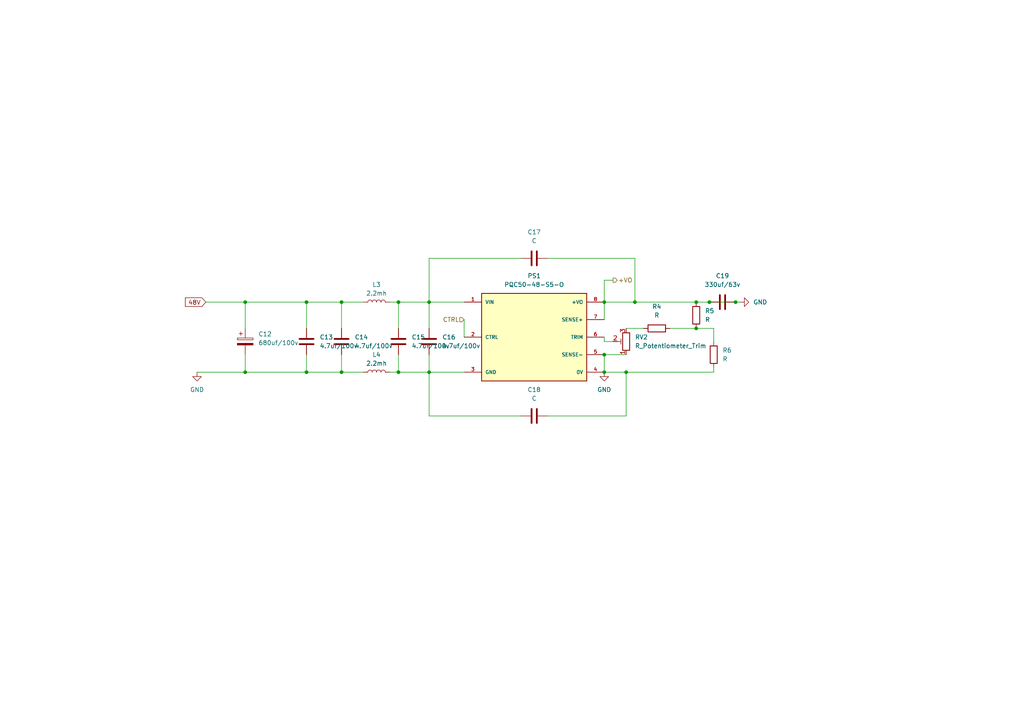
<source format=kicad_sch>
(kicad_sch (version 20230121) (generator eeschema)

  (uuid 92252cc8-235d-4f58-b491-1a1b50d78004)

  (paper "A4")

  (lib_symbols
    (symbol "BCRL_power_supply:PQC50-48-S5-O" (pin_names (offset 1.016)) (in_bom yes) (on_board yes)
      (property "Reference" "PS" (at -15.24 13.462 0)
        (effects (font (size 1.27 1.27)) (justify left bottom))
      )
      (property "Value" "PQC50-48-S5-O" (at -15.24 -15.24 0)
        (effects (font (size 1.27 1.27)) (justify left bottom))
      )
      (property "Footprint" "" (at 0 0 0)
        (effects (font (size 1.27 1.27)) (justify bottom) hide)
      )
      (property "Datasheet" "" (at 0 0 0)
        (effects (font (size 1.27 1.27)) hide)
      )
      (property "PARTREV" "1" (at 0 0 0)
        (effects (font (size 1.27 1.27)) (justify bottom) hide)
      )
      (property "MANUFACTURER" "CUI Inc." (at 0 -2.54 0)
        (effects (font (size 1.27 1.27)) (justify bottom) hide)
      )
      (property "SNAPEDA_PN" "PQC30-48-S5-O" (at -1.27 2.54 0)
        (effects (font (size 1.27 1.27)) (justify bottom) hide)
      )
      (property "MAXIMUM_PACKAGE_HEIGHT" "9.18mm" (at 0 0 0)
        (effects (font (size 1.27 1.27)) (justify bottom) hide)
      )
      (property "STANDARD" "" (at 0 0 0)
        (effects (font (size 1.27 1.27)) (justify bottom) hide)
      )
      (symbol "PQC50-48-S5-O_0_0"
        (rectangle (start -15.24 12.7) (end 15.24 -12.7)
          (stroke (width 0.254) (type default))
          (fill (type background))
        )
        (pin input line (at -20.32 10.16 0) (length 5.08)
          (name "VIN" (effects (font (size 1.016 1.016))))
          (number "1" (effects (font (size 1.016 1.016))))
        )
        (pin input line (at -20.32 0 0) (length 5.08)
          (name "CTRL" (effects (font (size 1.016 1.016))))
          (number "2" (effects (font (size 1.016 1.016))))
        )
        (pin power_in line (at -20.32 -10.16 0) (length 5.08)
          (name "GND" (effects (font (size 1.016 1.016))))
          (number "3" (effects (font (size 1.016 1.016))))
        )
        (pin power_in line (at 20.32 -10.16 180) (length 5.08)
          (name "0V" (effects (font (size 1.016 1.016))))
          (number "4" (effects (font (size 1.016 1.016))))
        )
        (pin passive line (at 20.32 -5.08 180) (length 5.08)
          (name "SENSE-" (effects (font (size 1.016 1.016))))
          (number "5" (effects (font (size 1.016 1.016))))
        )
        (pin passive line (at 20.32 0 180) (length 5.08)
          (name "TRIM" (effects (font (size 1.016 1.016))))
          (number "6" (effects (font (size 1.016 1.016))))
        )
        (pin passive line (at 20.32 5.08 180) (length 5.08)
          (name "SENSE+" (effects (font (size 1.016 1.016))))
          (number "7" (effects (font (size 1.016 1.016))))
        )
        (pin power_in line (at 20.32 10.16 180) (length 5.08)
          (name "+VO" (effects (font (size 1.016 1.016))))
          (number "8" (effects (font (size 1.016 1.016))))
        )
      )
    )
    (symbol "Device:C" (pin_numbers hide) (pin_names (offset 0.254)) (in_bom yes) (on_board yes)
      (property "Reference" "C" (at 0.635 2.54 0)
        (effects (font (size 1.27 1.27)) (justify left))
      )
      (property "Value" "C" (at 0.635 -2.54 0)
        (effects (font (size 1.27 1.27)) (justify left))
      )
      (property "Footprint" "" (at 0.9652 -3.81 0)
        (effects (font (size 1.27 1.27)) hide)
      )
      (property "Datasheet" "~" (at 0 0 0)
        (effects (font (size 1.27 1.27)) hide)
      )
      (property "ki_keywords" "cap capacitor" (at 0 0 0)
        (effects (font (size 1.27 1.27)) hide)
      )
      (property "ki_description" "Unpolarized capacitor" (at 0 0 0)
        (effects (font (size 1.27 1.27)) hide)
      )
      (property "ki_fp_filters" "C_*" (at 0 0 0)
        (effects (font (size 1.27 1.27)) hide)
      )
      (symbol "C_0_1"
        (polyline
          (pts
            (xy -2.032 -0.762)
            (xy 2.032 -0.762)
          )
          (stroke (width 0.508) (type default))
          (fill (type none))
        )
        (polyline
          (pts
            (xy -2.032 0.762)
            (xy 2.032 0.762)
          )
          (stroke (width 0.508) (type default))
          (fill (type none))
        )
      )
      (symbol "C_1_1"
        (pin passive line (at 0 3.81 270) (length 2.794)
          (name "~" (effects (font (size 1.27 1.27))))
          (number "1" (effects (font (size 1.27 1.27))))
        )
        (pin passive line (at 0 -3.81 90) (length 2.794)
          (name "~" (effects (font (size 1.27 1.27))))
          (number "2" (effects (font (size 1.27 1.27))))
        )
      )
    )
    (symbol "Device:C_Polarized" (pin_numbers hide) (pin_names (offset 0.254)) (in_bom yes) (on_board yes)
      (property "Reference" "C" (at 0.635 2.54 0)
        (effects (font (size 1.27 1.27)) (justify left))
      )
      (property "Value" "C_Polarized" (at 0.635 -2.54 0)
        (effects (font (size 1.27 1.27)) (justify left))
      )
      (property "Footprint" "" (at 0.9652 -3.81 0)
        (effects (font (size 1.27 1.27)) hide)
      )
      (property "Datasheet" "~" (at 0 0 0)
        (effects (font (size 1.27 1.27)) hide)
      )
      (property "ki_keywords" "cap capacitor" (at 0 0 0)
        (effects (font (size 1.27 1.27)) hide)
      )
      (property "ki_description" "Polarized capacitor" (at 0 0 0)
        (effects (font (size 1.27 1.27)) hide)
      )
      (property "ki_fp_filters" "CP_*" (at 0 0 0)
        (effects (font (size 1.27 1.27)) hide)
      )
      (symbol "C_Polarized_0_1"
        (rectangle (start -2.286 0.508) (end 2.286 1.016)
          (stroke (width 0) (type default))
          (fill (type none))
        )
        (polyline
          (pts
            (xy -1.778 2.286)
            (xy -0.762 2.286)
          )
          (stroke (width 0) (type default))
          (fill (type none))
        )
        (polyline
          (pts
            (xy -1.27 2.794)
            (xy -1.27 1.778)
          )
          (stroke (width 0) (type default))
          (fill (type none))
        )
        (rectangle (start 2.286 -0.508) (end -2.286 -1.016)
          (stroke (width 0) (type default))
          (fill (type outline))
        )
      )
      (symbol "C_Polarized_1_1"
        (pin passive line (at 0 3.81 270) (length 2.794)
          (name "~" (effects (font (size 1.27 1.27))))
          (number "1" (effects (font (size 1.27 1.27))))
        )
        (pin passive line (at 0 -3.81 90) (length 2.794)
          (name "~" (effects (font (size 1.27 1.27))))
          (number "2" (effects (font (size 1.27 1.27))))
        )
      )
    )
    (symbol "Device:L" (pin_numbers hide) (pin_names (offset 1.016) hide) (in_bom yes) (on_board yes)
      (property "Reference" "L" (at -1.27 0 90)
        (effects (font (size 1.27 1.27)))
      )
      (property "Value" "L" (at 1.905 0 90)
        (effects (font (size 1.27 1.27)))
      )
      (property "Footprint" "" (at 0 0 0)
        (effects (font (size 1.27 1.27)) hide)
      )
      (property "Datasheet" "~" (at 0 0 0)
        (effects (font (size 1.27 1.27)) hide)
      )
      (property "ki_keywords" "inductor choke coil reactor magnetic" (at 0 0 0)
        (effects (font (size 1.27 1.27)) hide)
      )
      (property "ki_description" "Inductor" (at 0 0 0)
        (effects (font (size 1.27 1.27)) hide)
      )
      (property "ki_fp_filters" "Choke_* *Coil* Inductor_* L_*" (at 0 0 0)
        (effects (font (size 1.27 1.27)) hide)
      )
      (symbol "L_0_1"
        (arc (start 0 -2.54) (mid 0.6323 -1.905) (end 0 -1.27)
          (stroke (width 0) (type default))
          (fill (type none))
        )
        (arc (start 0 -1.27) (mid 0.6323 -0.635) (end 0 0)
          (stroke (width 0) (type default))
          (fill (type none))
        )
        (arc (start 0 0) (mid 0.6323 0.635) (end 0 1.27)
          (stroke (width 0) (type default))
          (fill (type none))
        )
        (arc (start 0 1.27) (mid 0.6323 1.905) (end 0 2.54)
          (stroke (width 0) (type default))
          (fill (type none))
        )
      )
      (symbol "L_1_1"
        (pin passive line (at 0 3.81 270) (length 1.27)
          (name "1" (effects (font (size 1.27 1.27))))
          (number "1" (effects (font (size 1.27 1.27))))
        )
        (pin passive line (at 0 -3.81 90) (length 1.27)
          (name "2" (effects (font (size 1.27 1.27))))
          (number "2" (effects (font (size 1.27 1.27))))
        )
      )
    )
    (symbol "Device:R" (pin_numbers hide) (pin_names (offset 0)) (in_bom yes) (on_board yes)
      (property "Reference" "R" (at 2.032 0 90)
        (effects (font (size 1.27 1.27)))
      )
      (property "Value" "R" (at 0 0 90)
        (effects (font (size 1.27 1.27)))
      )
      (property "Footprint" "" (at -1.778 0 90)
        (effects (font (size 1.27 1.27)) hide)
      )
      (property "Datasheet" "~" (at 0 0 0)
        (effects (font (size 1.27 1.27)) hide)
      )
      (property "ki_keywords" "R res resistor" (at 0 0 0)
        (effects (font (size 1.27 1.27)) hide)
      )
      (property "ki_description" "Resistor" (at 0 0 0)
        (effects (font (size 1.27 1.27)) hide)
      )
      (property "ki_fp_filters" "R_*" (at 0 0 0)
        (effects (font (size 1.27 1.27)) hide)
      )
      (symbol "R_0_1"
        (rectangle (start -1.016 -2.54) (end 1.016 2.54)
          (stroke (width 0.254) (type default))
          (fill (type none))
        )
      )
      (symbol "R_1_1"
        (pin passive line (at 0 3.81 270) (length 1.27)
          (name "~" (effects (font (size 1.27 1.27))))
          (number "1" (effects (font (size 1.27 1.27))))
        )
        (pin passive line (at 0 -3.81 90) (length 1.27)
          (name "~" (effects (font (size 1.27 1.27))))
          (number "2" (effects (font (size 1.27 1.27))))
        )
      )
    )
    (symbol "Device:R_Potentiometer_Trim" (pin_names (offset 1.016) hide) (in_bom yes) (on_board yes)
      (property "Reference" "RV" (at -4.445 0 90)
        (effects (font (size 1.27 1.27)))
      )
      (property "Value" "R_Potentiometer_Trim" (at -2.54 0 90)
        (effects (font (size 1.27 1.27)))
      )
      (property "Footprint" "" (at 0 0 0)
        (effects (font (size 1.27 1.27)) hide)
      )
      (property "Datasheet" "~" (at 0 0 0)
        (effects (font (size 1.27 1.27)) hide)
      )
      (property "ki_keywords" "resistor variable trimpot trimmer" (at 0 0 0)
        (effects (font (size 1.27 1.27)) hide)
      )
      (property "ki_description" "Trim-potentiometer" (at 0 0 0)
        (effects (font (size 1.27 1.27)) hide)
      )
      (property "ki_fp_filters" "Potentiometer*" (at 0 0 0)
        (effects (font (size 1.27 1.27)) hide)
      )
      (symbol "R_Potentiometer_Trim_0_1"
        (polyline
          (pts
            (xy 1.524 0.762)
            (xy 1.524 -0.762)
          )
          (stroke (width 0) (type default))
          (fill (type none))
        )
        (polyline
          (pts
            (xy 2.54 0)
            (xy 1.524 0)
          )
          (stroke (width 0) (type default))
          (fill (type none))
        )
        (rectangle (start 1.016 2.54) (end -1.016 -2.54)
          (stroke (width 0.254) (type default))
          (fill (type none))
        )
      )
      (symbol "R_Potentiometer_Trim_1_1"
        (pin passive line (at 0 3.81 270) (length 1.27)
          (name "1" (effects (font (size 1.27 1.27))))
          (number "1" (effects (font (size 1.27 1.27))))
        )
        (pin passive line (at 3.81 0 180) (length 1.27)
          (name "2" (effects (font (size 1.27 1.27))))
          (number "2" (effects (font (size 1.27 1.27))))
        )
        (pin passive line (at 0 -3.81 90) (length 1.27)
          (name "3" (effects (font (size 1.27 1.27))))
          (number "3" (effects (font (size 1.27 1.27))))
        )
      )
    )
    (symbol "power:GND" (power) (pin_names (offset 0)) (in_bom yes) (on_board yes)
      (property "Reference" "#PWR" (at 0 -6.35 0)
        (effects (font (size 1.27 1.27)) hide)
      )
      (property "Value" "GND" (at 0 -3.81 0)
        (effects (font (size 1.27 1.27)))
      )
      (property "Footprint" "" (at 0 0 0)
        (effects (font (size 1.27 1.27)) hide)
      )
      (property "Datasheet" "" (at 0 0 0)
        (effects (font (size 1.27 1.27)) hide)
      )
      (property "ki_keywords" "global power" (at 0 0 0)
        (effects (font (size 1.27 1.27)) hide)
      )
      (property "ki_description" "Power symbol creates a global label with name \"GND\" , ground" (at 0 0 0)
        (effects (font (size 1.27 1.27)) hide)
      )
      (symbol "GND_0_1"
        (polyline
          (pts
            (xy 0 0)
            (xy 0 -1.27)
            (xy 1.27 -1.27)
            (xy 0 -2.54)
            (xy -1.27 -1.27)
            (xy 0 -1.27)
          )
          (stroke (width 0) (type default))
          (fill (type none))
        )
      )
      (symbol "GND_1_1"
        (pin power_in line (at 0 0 270) (length 0) hide
          (name "GND" (effects (font (size 1.27 1.27))))
          (number "1" (effects (font (size 1.27 1.27))))
        )
      )
    )
  )

  (junction (at 88.9 87.63) (diameter 0) (color 0 0 0 0)
    (uuid 0a15ba51-b1b5-4765-9db9-ab7ed5832aff)
  )
  (junction (at 213.36 87.63) (diameter 0) (color 0 0 0 0)
    (uuid 13a3894b-9dab-4c2b-a4e0-8207d47dc3a4)
  )
  (junction (at 201.93 95.25) (diameter 0) (color 0 0 0 0)
    (uuid 16e3d997-401e-4e39-86be-e99fac4bb926)
  )
  (junction (at 181.61 107.95) (diameter 0) (color 0 0 0 0)
    (uuid 4917b5be-79b6-4c5e-aa82-e2387d44a77a)
  )
  (junction (at 115.57 87.63) (diameter 0) (color 0 0 0 0)
    (uuid 5f45aaf2-20c7-408c-9321-377f6939dc69)
  )
  (junction (at 205.74 87.63) (diameter 0) (color 0 0 0 0)
    (uuid 6625f596-e8b8-470b-96f9-f95f9126475c)
  )
  (junction (at 175.26 102.87) (diameter 0) (color 0 0 0 0)
    (uuid 67f495fe-916e-4aa9-afa6-5b3cbd8cb32c)
  )
  (junction (at 175.26 107.95) (diameter 0) (color 0 0 0 0)
    (uuid 6833c089-551c-484b-9960-b3c4ccfa86c7)
  )
  (junction (at 124.46 87.63) (diameter 0) (color 0 0 0 0)
    (uuid 6c36205e-ba96-404a-905e-187735363888)
  )
  (junction (at 201.93 87.63) (diameter 0) (color 0 0 0 0)
    (uuid 7735416f-bee0-4d13-ab18-588d1493cbf5)
  )
  (junction (at 115.57 107.95) (diameter 0) (color 0 0 0 0)
    (uuid 7cb8fd78-c4fd-41b5-86fc-c1c5a26ff5da)
  )
  (junction (at 88.9 107.95) (diameter 0) (color 0 0 0 0)
    (uuid 7cdd14eb-999f-4d28-bbbb-b12ff0f8a13f)
  )
  (junction (at 175.26 87.63) (diameter 0) (color 0 0 0 0)
    (uuid 7d7533ef-61f2-4123-8338-fc3007209b55)
  )
  (junction (at 99.06 107.95) (diameter 0) (color 0 0 0 0)
    (uuid 9ae3b001-a9b3-4710-8365-b8614586fe54)
  )
  (junction (at 184.15 87.63) (diameter 0) (color 0 0 0 0)
    (uuid 9ae6d9d6-5020-4471-a0c2-7bb1eebe9726)
  )
  (junction (at 124.46 107.95) (diameter 0) (color 0 0 0 0)
    (uuid b839e506-4b0f-435a-b7f3-911b4950de20)
  )
  (junction (at 71.12 87.63) (diameter 0) (color 0 0 0 0)
    (uuid ce21255f-5c29-4898-adcb-d360f8063ec7)
  )
  (junction (at 71.12 107.95) (diameter 0) (color 0 0 0 0)
    (uuid d143b330-caeb-42dc-82cb-e080d730599c)
  )
  (junction (at 99.06 87.63) (diameter 0) (color 0 0 0 0)
    (uuid ed36c147-10e3-4086-a946-09e5fa9105f7)
  )

  (wire (pts (xy 175.26 81.28) (xy 175.26 87.63))
    (stroke (width 0) (type default))
    (uuid 0724997b-1cca-47ff-9f12-17cf8daf8682)
  )
  (wire (pts (xy 115.57 87.63) (xy 124.46 87.63))
    (stroke (width 0) (type default))
    (uuid 102d7478-b258-413f-8875-4a96c796e4c5)
  )
  (wire (pts (xy 88.9 107.95) (xy 99.06 107.95))
    (stroke (width 0) (type default))
    (uuid 12f71dbb-eee7-452c-b4f4-36aff352bf66)
  )
  (wire (pts (xy 124.46 120.65) (xy 124.46 107.95))
    (stroke (width 0) (type default))
    (uuid 14c19895-f067-4b6a-99dd-4f9127f1cf60)
  )
  (wire (pts (xy 205.74 87.63) (xy 213.36 87.63))
    (stroke (width 0) (type default))
    (uuid 1854a3bb-7160-4f22-ab2a-b8b5b61df537)
  )
  (wire (pts (xy 88.9 87.63) (xy 88.9 95.25))
    (stroke (width 0) (type default))
    (uuid 1d309706-134a-4273-9760-1bb3f66473dd)
  )
  (wire (pts (xy 124.46 102.87) (xy 124.46 107.95))
    (stroke (width 0) (type default))
    (uuid 1ec6fbfb-25cf-4bf5-afc3-95a4fc1b43a5)
  )
  (wire (pts (xy 71.12 102.87) (xy 71.12 107.95))
    (stroke (width 0) (type default))
    (uuid 1ecddf93-c11a-4516-8897-057347b186a3)
  )
  (wire (pts (xy 181.61 107.95) (xy 207.01 107.95))
    (stroke (width 0) (type default))
    (uuid 21727f89-6a90-4e3e-9c85-ddcc168b947f)
  )
  (wire (pts (xy 115.57 107.95) (xy 124.46 107.95))
    (stroke (width 0) (type default))
    (uuid 31e769d9-b762-459b-b26f-39665ce383a4)
  )
  (wire (pts (xy 175.26 87.63) (xy 184.15 87.63))
    (stroke (width 0) (type default))
    (uuid 3b9138bd-b3c5-4fd6-845a-4492bc4d578f)
  )
  (wire (pts (xy 158.75 74.93) (xy 184.15 74.93))
    (stroke (width 0) (type default))
    (uuid 44512843-a125-463e-8037-226b92306468)
  )
  (wire (pts (xy 88.9 102.87) (xy 88.9 107.95))
    (stroke (width 0) (type default))
    (uuid 44a050c8-6cbd-4a68-9da5-17cf3ab5d6e2)
  )
  (wire (pts (xy 115.57 102.87) (xy 115.57 107.95))
    (stroke (width 0) (type default))
    (uuid 4f06def3-5744-4ef6-a82e-7fbb442596f9)
  )
  (wire (pts (xy 214.63 87.63) (xy 213.36 87.63))
    (stroke (width 0) (type default))
    (uuid 518287c1-6649-44ec-8f29-51722461bd88)
  )
  (wire (pts (xy 201.93 87.63) (xy 205.74 87.63))
    (stroke (width 0) (type default))
    (uuid 62906e28-5d96-40bc-9c80-4dd22c50db93)
  )
  (wire (pts (xy 184.15 74.93) (xy 184.15 87.63))
    (stroke (width 0) (type default))
    (uuid 68be55d0-c1e7-4a43-9855-b60cba215e96)
  )
  (wire (pts (xy 175.26 87.63) (xy 175.26 92.71))
    (stroke (width 0) (type default))
    (uuid 69a3dc94-3072-47fa-bc85-3f34ee4fce0e)
  )
  (wire (pts (xy 124.46 87.63) (xy 124.46 95.25))
    (stroke (width 0) (type default))
    (uuid 6d383bcb-c5a6-4520-bc43-fb3eb10df2f3)
  )
  (wire (pts (xy 124.46 107.95) (xy 134.62 107.95))
    (stroke (width 0) (type default))
    (uuid 75419f07-5903-48d4-8b3d-b70dd248fe08)
  )
  (wire (pts (xy 134.62 92.71) (xy 134.62 97.79))
    (stroke (width 0) (type default))
    (uuid 79e51570-90c2-4517-90bd-79255b162893)
  )
  (wire (pts (xy 71.12 107.95) (xy 88.9 107.95))
    (stroke (width 0) (type default))
    (uuid 7e045aae-9452-4344-9256-13ca18edaf66)
  )
  (wire (pts (xy 158.75 120.65) (xy 181.61 120.65))
    (stroke (width 0) (type default))
    (uuid 7fba5c29-593e-44b4-987e-8604998558e4)
  )
  (wire (pts (xy 151.13 74.93) (xy 124.46 74.93))
    (stroke (width 0) (type default))
    (uuid 80c564c7-6922-422e-beab-af927003b75d)
  )
  (wire (pts (xy 207.01 95.25) (xy 207.01 99.06))
    (stroke (width 0) (type default))
    (uuid 82ed5416-2433-4d02-bfde-1f4bb1b04800)
  )
  (wire (pts (xy 201.93 95.25) (xy 194.31 95.25))
    (stroke (width 0) (type default))
    (uuid 929a3a3d-d3a8-4f7f-9952-a1f6d6750902)
  )
  (wire (pts (xy 175.26 97.79) (xy 175.26 99.06))
    (stroke (width 0) (type default))
    (uuid 9527fbd5-2c44-47a4-8e10-22f312b15e37)
  )
  (wire (pts (xy 175.26 102.87) (xy 175.26 107.95))
    (stroke (width 0) (type default))
    (uuid 95c2face-94da-4651-9c87-a1820032defd)
  )
  (wire (pts (xy 57.15 107.95) (xy 71.12 107.95))
    (stroke (width 0) (type default))
    (uuid 96fb056d-3e81-4359-931c-03150cd8eb2f)
  )
  (wire (pts (xy 71.12 87.63) (xy 88.9 87.63))
    (stroke (width 0) (type default))
    (uuid 97713814-c3f3-41a0-96fb-60f4864ae7fe)
  )
  (wire (pts (xy 99.06 87.63) (xy 105.41 87.63))
    (stroke (width 0) (type default))
    (uuid 999b8bce-9660-4126-8794-8e981f55f05b)
  )
  (wire (pts (xy 71.12 87.63) (xy 71.12 95.25))
    (stroke (width 0) (type default))
    (uuid a14b6f98-ffdb-41fc-aa9b-973a5a6d1c2b)
  )
  (wire (pts (xy 181.61 102.87) (xy 175.26 102.87))
    (stroke (width 0) (type default))
    (uuid a319b1f7-1fc1-4363-bd52-e5c6d297ed0b)
  )
  (wire (pts (xy 99.06 102.87) (xy 99.06 107.95))
    (stroke (width 0) (type default))
    (uuid a5047dd6-12ef-4208-8391-0458605fe0e5)
  )
  (wire (pts (xy 181.61 95.25) (xy 186.69 95.25))
    (stroke (width 0) (type default))
    (uuid a83252f3-ed01-48fb-9edc-f19f14a0bb53)
  )
  (wire (pts (xy 88.9 87.63) (xy 99.06 87.63))
    (stroke (width 0) (type default))
    (uuid abcd9410-5a7b-4abf-bda1-112f35ce05c3)
  )
  (wire (pts (xy 175.26 99.06) (xy 177.8 99.06))
    (stroke (width 0) (type default))
    (uuid af7007d5-8eeb-4779-bd36-9e401afb3a16)
  )
  (wire (pts (xy 99.06 87.63) (xy 99.06 95.25))
    (stroke (width 0) (type default))
    (uuid b58fc30f-eb2c-4708-a21b-d0f790746275)
  )
  (wire (pts (xy 124.46 74.93) (xy 124.46 87.63))
    (stroke (width 0) (type default))
    (uuid b978be0f-07f3-4d5a-98ea-18796e04c4af)
  )
  (wire (pts (xy 175.26 107.95) (xy 181.61 107.95))
    (stroke (width 0) (type default))
    (uuid bee5ed80-b185-4511-98c4-320f05263609)
  )
  (wire (pts (xy 207.01 95.25) (xy 201.93 95.25))
    (stroke (width 0) (type default))
    (uuid c7784fec-d104-456a-8d5b-8391bbf5d392)
  )
  (wire (pts (xy 115.57 87.63) (xy 115.57 95.25))
    (stroke (width 0) (type default))
    (uuid c8adecb8-0398-4f05-bdce-6ac58ea7aea1)
  )
  (wire (pts (xy 207.01 107.95) (xy 207.01 106.68))
    (stroke (width 0) (type default))
    (uuid c9e576a9-5633-48d1-b097-fdfd5bf9e5e7)
  )
  (wire (pts (xy 177.8 81.28) (xy 175.26 81.28))
    (stroke (width 0) (type default))
    (uuid c9e92aee-ba1c-41b6-a636-daec77a873b5)
  )
  (wire (pts (xy 113.03 107.95) (xy 115.57 107.95))
    (stroke (width 0) (type default))
    (uuid cd1264e3-7797-40d6-8ec2-b2e94bc5c9df)
  )
  (wire (pts (xy 59.69 87.63) (xy 71.12 87.63))
    (stroke (width 0) (type default))
    (uuid d05920e7-3c68-4939-8b93-ac1a12db2b5f)
  )
  (wire (pts (xy 151.13 120.65) (xy 124.46 120.65))
    (stroke (width 0) (type default))
    (uuid d44ccf6e-287a-474c-9e1c-6aa784a8a779)
  )
  (wire (pts (xy 124.46 87.63) (xy 134.62 87.63))
    (stroke (width 0) (type default))
    (uuid e30a23ae-8eee-466d-9c61-427a730aa2eb)
  )
  (wire (pts (xy 184.15 87.63) (xy 201.93 87.63))
    (stroke (width 0) (type default))
    (uuid e90dbe2a-d714-4896-9eaa-74ceffeedc97)
  )
  (wire (pts (xy 181.61 120.65) (xy 181.61 107.95))
    (stroke (width 0) (type default))
    (uuid eb116b0a-a20b-42b6-be5d-1f627998e0be)
  )
  (wire (pts (xy 99.06 107.95) (xy 105.41 107.95))
    (stroke (width 0) (type default))
    (uuid eb493ac5-d6aa-4262-83cd-fc526f51313c)
  )
  (wire (pts (xy 113.03 87.63) (xy 115.57 87.63))
    (stroke (width 0) (type default))
    (uuid f8d39bf9-3541-4430-b1c9-818f73c23bbd)
  )

  (global_label "48V" (shape input) (at 59.69 87.63 180) (fields_autoplaced)
    (effects (font (size 1.27 1.27)) (justify right))
    (uuid aa32d335-096d-4960-8f42-61287ecd0124)
    (property "Intersheetrefs" "${INTERSHEET_REFS}" (at 53.1972 87.63 0)
      (effects (font (size 1.27 1.27)) (justify right) hide)
    )
  )

  (hierarchical_label "+VO" (shape output) (at 177.8 81.28 0) (fields_autoplaced)
    (effects (font (size 1.27 1.27)) (justify left))
    (uuid f2a0d007-1340-431a-8251-c4ac687541b2)
  )
  (hierarchical_label "CTRL" (shape input) (at 134.62 92.71 180) (fields_autoplaced)
    (effects (font (size 1.27 1.27)) (justify right))
    (uuid f9d633fe-44cd-4ce7-accc-f443fd3f9940)
  )

  (symbol (lib_id "Device:C") (at 124.46 99.06 0) (unit 1)
    (in_bom yes) (on_board yes) (dnp no) (fields_autoplaced)
    (uuid 0d4df8ae-9e12-4b44-84bc-53b2d6f1f28f)
    (property "Reference" "C16" (at 128.27 97.79 0)
      (effects (font (size 1.27 1.27)) (justify left))
    )
    (property "Value" "4.7uf/100v" (at 128.27 100.33 0)
      (effects (font (size 1.27 1.27)) (justify left))
    )
    (property "Footprint" "" (at 125.4252 102.87 0)
      (effects (font (size 1.27 1.27)) hide)
    )
    (property "Datasheet" "~" (at 124.46 99.06 0)
      (effects (font (size 1.27 1.27)) hide)
    )
    (pin "1" (uuid 417adcc4-24a7-4602-bec6-bee34740658d))
    (pin "2" (uuid 317d142f-487a-4c01-9566-44fea58f66e6))
    (instances
      (project "bcrl_power_supply"
        (path "/77f0f57c-9586-4625-9281-fa8cbd8015db/94fee228-5462-46f6-ad6c-1e47c0f1b343/fa25c330-0355-4597-af0b-0df78142d8e8"
          (reference "C16") (unit 1)
        )
        (path "/77f0f57c-9586-4625-9281-fa8cbd8015db/94fee228-5462-46f6-ad6c-1e47c0f1b343/3e1952fd-06dd-4d58-9a65-bfa4898e7819"
          (reference "C16") (unit 1)
        )
        (path "/77f0f57c-9586-4625-9281-fa8cbd8015db/94fee228-5462-46f6-ad6c-1e47c0f1b343/1b14a65f-e41d-4fad-b5b7-760aa8283b01"
          (reference "C16") (unit 1)
        )
      )
    )
  )

  (symbol (lib_id "Device:R_Potentiometer_Trim") (at 181.61 99.06 180) (unit 1)
    (in_bom yes) (on_board yes) (dnp no) (fields_autoplaced)
    (uuid 0dd5db9a-bd46-4f37-a739-0b316b2ce647)
    (property "Reference" "RV2" (at 184.15 97.79 0)
      (effects (font (size 1.27 1.27)) (justify right))
    )
    (property "Value" "R_Potentiometer_Trim" (at 184.15 100.33 0)
      (effects (font (size 1.27 1.27)) (justify right))
    )
    (property "Footprint" "" (at 181.61 99.06 0)
      (effects (font (size 1.27 1.27)) hide)
    )
    (property "Datasheet" "~" (at 181.61 99.06 0)
      (effects (font (size 1.27 1.27)) hide)
    )
    (pin "3" (uuid 100d2434-c4df-4e9d-b14f-cfd1902ce73a))
    (pin "2" (uuid 06f86295-a938-4c56-b454-bc03119681e7))
    (pin "1" (uuid 5929e98b-07f5-4dc1-912d-4f18c8ca8036))
    (instances
      (project "bcrl_power_supply"
        (path "/77f0f57c-9586-4625-9281-fa8cbd8015db/94fee228-5462-46f6-ad6c-1e47c0f1b343/fa25c330-0355-4597-af0b-0df78142d8e8"
          (reference "RV2") (unit 1)
        )
        (path "/77f0f57c-9586-4625-9281-fa8cbd8015db/94fee228-5462-46f6-ad6c-1e47c0f1b343/3e1952fd-06dd-4d58-9a65-bfa4898e7819"
          (reference "RV2") (unit 1)
        )
        (path "/77f0f57c-9586-4625-9281-fa8cbd8015db/94fee228-5462-46f6-ad6c-1e47c0f1b343/1b14a65f-e41d-4fad-b5b7-760aa8283b01"
          (reference "RV2") (unit 1)
        )
      )
    )
  )

  (symbol (lib_id "Device:C") (at 154.94 120.65 90) (unit 1)
    (in_bom yes) (on_board yes) (dnp no) (fields_autoplaced)
    (uuid 18ac0d36-4a4b-4a24-92d4-aab3b31e4d77)
    (property "Reference" "C18" (at 154.94 113.03 90)
      (effects (font (size 1.27 1.27)))
    )
    (property "Value" "C" (at 154.94 115.57 90)
      (effects (font (size 1.27 1.27)))
    )
    (property "Footprint" "" (at 158.75 119.6848 0)
      (effects (font (size 1.27 1.27)) hide)
    )
    (property "Datasheet" "~" (at 154.94 120.65 0)
      (effects (font (size 1.27 1.27)) hide)
    )
    (pin "1" (uuid 76bd1105-2295-4f17-90aa-e133fa5c581f))
    (pin "2" (uuid 3686b1b0-122f-45bc-9467-ce048a29949d))
    (instances
      (project "bcrl_power_supply"
        (path "/77f0f57c-9586-4625-9281-fa8cbd8015db/94fee228-5462-46f6-ad6c-1e47c0f1b343/fa25c330-0355-4597-af0b-0df78142d8e8"
          (reference "C18") (unit 1)
        )
        (path "/77f0f57c-9586-4625-9281-fa8cbd8015db/94fee228-5462-46f6-ad6c-1e47c0f1b343/3e1952fd-06dd-4d58-9a65-bfa4898e7819"
          (reference "C18") (unit 1)
        )
        (path "/77f0f57c-9586-4625-9281-fa8cbd8015db/94fee228-5462-46f6-ad6c-1e47c0f1b343/1b14a65f-e41d-4fad-b5b7-760aa8283b01"
          (reference "C18") (unit 1)
        )
      )
    )
  )

  (symbol (lib_id "Device:C_Polarized") (at 71.12 99.06 0) (unit 1)
    (in_bom yes) (on_board yes) (dnp no) (fields_autoplaced)
    (uuid 66316a4b-7bac-41f2-9e6c-9ead2e8bb25c)
    (property "Reference" "C12" (at 74.93 96.901 0)
      (effects (font (size 1.27 1.27)) (justify left))
    )
    (property "Value" "680uf/100v" (at 74.93 99.441 0)
      (effects (font (size 1.27 1.27)) (justify left))
    )
    (property "Footprint" "" (at 72.0852 102.87 0)
      (effects (font (size 1.27 1.27)) hide)
    )
    (property "Datasheet" "~" (at 71.12 99.06 0)
      (effects (font (size 1.27 1.27)) hide)
    )
    (pin "1" (uuid 65112f0d-bd87-49cc-b2c2-3abc38b279a7))
    (pin "2" (uuid e6526ff9-2429-4e7e-913c-6a3f2bbc1402))
    (instances
      (project "bcrl_power_supply"
        (path "/77f0f57c-9586-4625-9281-fa8cbd8015db/94fee228-5462-46f6-ad6c-1e47c0f1b343/fa25c330-0355-4597-af0b-0df78142d8e8"
          (reference "C12") (unit 1)
        )
        (path "/77f0f57c-9586-4625-9281-fa8cbd8015db/94fee228-5462-46f6-ad6c-1e47c0f1b343/3e1952fd-06dd-4d58-9a65-bfa4898e7819"
          (reference "C12") (unit 1)
        )
        (path "/77f0f57c-9586-4625-9281-fa8cbd8015db/94fee228-5462-46f6-ad6c-1e47c0f1b343/1b14a65f-e41d-4fad-b5b7-760aa8283b01"
          (reference "C12") (unit 1)
        )
      )
    )
  )

  (symbol (lib_id "BCRL_power_supply:PQC50-48-S5-O") (at 154.94 97.79 0) (unit 1)
    (in_bom yes) (on_board yes) (dnp no) (fields_autoplaced)
    (uuid 6aa42fa6-49df-4141-929e-5a001cdc7992)
    (property "Reference" "PS1" (at 154.94 80.01 0)
      (effects (font (size 1.27 1.27)))
    )
    (property "Value" "PQC50-48-S5-O" (at 154.94 82.55 0)
      (effects (font (size 1.27 1.27)))
    )
    (property "Footprint" "BCRL_power_supply:CONV_PQC50-48-S5-O" (at 154.94 97.79 0)
      (effects (font (size 1.27 1.27)) (justify bottom) hide)
    )
    (property "Datasheet" "" (at 154.94 97.79 0)
      (effects (font (size 1.27 1.27)) hide)
    )
    (property "PARTREV" "1" (at 154.94 97.79 0)
      (effects (font (size 1.27 1.27)) (justify bottom) hide)
    )
    (property "MANUFACTURER" "CUI Inc." (at 154.94 100.33 0)
      (effects (font (size 1.27 1.27)) (justify bottom) hide)
    )
    (property "SNAPEDA_PN" "PQC30-48-S5-O" (at 153.67 95.25 0)
      (effects (font (size 1.27 1.27)) (justify bottom) hide)
    )
    (property "MAXIMUM_PACKAGE_HEIGHT" "9.18mm" (at 154.94 97.79 0)
      (effects (font (size 1.27 1.27)) (justify bottom) hide)
    )
    (property "STANDARD" "" (at 154.94 97.79 0)
      (effects (font (size 1.27 1.27)) (justify bottom) hide)
    )
    (pin "3" (uuid dea67a02-2522-468d-8a54-3088d4439bf6))
    (pin "1" (uuid b5a244f0-faaf-4150-b107-12f264873c4c))
    (pin "6" (uuid c5d1b230-0800-4e68-9bc6-d148ff693500))
    (pin "2" (uuid 1e60df4e-f740-42fe-8c08-2b04f45f1b2c))
    (pin "4" (uuid da85546f-fe2a-4729-be4a-88a8580a82a2))
    (pin "7" (uuid 596eb73a-c38c-4ca7-9653-6ca8cd727384))
    (pin "8" (uuid 6dd6fcb1-fa88-4cf0-a6fa-b8b2865eb306))
    (pin "5" (uuid c840e0c4-6309-4c4e-bc71-5470fa495569))
    (instances
      (project "bcrl_power_supply"
        (path "/77f0f57c-9586-4625-9281-fa8cbd8015db/94fee228-5462-46f6-ad6c-1e47c0f1b343/fa25c330-0355-4597-af0b-0df78142d8e8"
          (reference "PS1") (unit 1)
        )
        (path "/77f0f57c-9586-4625-9281-fa8cbd8015db/94fee228-5462-46f6-ad6c-1e47c0f1b343/3e1952fd-06dd-4d58-9a65-bfa4898e7819"
          (reference "PS1") (unit 1)
        )
        (path "/77f0f57c-9586-4625-9281-fa8cbd8015db/94fee228-5462-46f6-ad6c-1e47c0f1b343/1b14a65f-e41d-4fad-b5b7-760aa8283b01"
          (reference "PS1") (unit 1)
        )
      )
    )
  )

  (symbol (lib_id "power:GND") (at 57.15 107.95 0) (unit 1)
    (in_bom yes) (on_board yes) (dnp no) (fields_autoplaced)
    (uuid 6c0bfc39-681a-44cd-8a45-8ac7dd69ae85)
    (property "Reference" "#PWR029" (at 57.15 114.3 0)
      (effects (font (size 1.27 1.27)) hide)
    )
    (property "Value" "GND" (at 57.15 113.03 0)
      (effects (font (size 1.27 1.27)))
    )
    (property "Footprint" "" (at 57.15 107.95 0)
      (effects (font (size 1.27 1.27)) hide)
    )
    (property "Datasheet" "" (at 57.15 107.95 0)
      (effects (font (size 1.27 1.27)) hide)
    )
    (pin "1" (uuid 6dfe2d7f-6f69-4d00-a476-4f8be6e1c8d8))
    (instances
      (project "bcrl_power_supply"
        (path "/77f0f57c-9586-4625-9281-fa8cbd8015db/94fee228-5462-46f6-ad6c-1e47c0f1b343/fa25c330-0355-4597-af0b-0df78142d8e8"
          (reference "#PWR029") (unit 1)
        )
        (path "/77f0f57c-9586-4625-9281-fa8cbd8015db/94fee228-5462-46f6-ad6c-1e47c0f1b343/1b14a65f-e41d-4fad-b5b7-760aa8283b01"
          (reference "#PWR029") (unit 1)
        )
        (path "/77f0f57c-9586-4625-9281-fa8cbd8015db/94fee228-5462-46f6-ad6c-1e47c0f1b343/3e1952fd-06dd-4d58-9a65-bfa4898e7819"
          (reference "#PWR029") (unit 1)
        )
      )
    )
  )

  (symbol (lib_id "Device:R") (at 190.5 95.25 90) (unit 1)
    (in_bom yes) (on_board yes) (dnp no) (fields_autoplaced)
    (uuid 74cc1a45-d73b-4912-a0de-2ac863f33513)
    (property "Reference" "R4" (at 190.5 88.9 90)
      (effects (font (size 1.27 1.27)))
    )
    (property "Value" "R" (at 190.5 91.44 90)
      (effects (font (size 1.27 1.27)))
    )
    (property "Footprint" "" (at 190.5 97.028 90)
      (effects (font (size 1.27 1.27)) hide)
    )
    (property "Datasheet" "~" (at 190.5 95.25 0)
      (effects (font (size 1.27 1.27)) hide)
    )
    (pin "1" (uuid d6bb4af2-533d-4624-9185-ef6bf8c60ad5))
    (pin "2" (uuid e846b603-0f62-4cef-80e4-a1dca2a84c3f))
    (instances
      (project "bcrl_power_supply"
        (path "/77f0f57c-9586-4625-9281-fa8cbd8015db/94fee228-5462-46f6-ad6c-1e47c0f1b343/fa25c330-0355-4597-af0b-0df78142d8e8"
          (reference "R4") (unit 1)
        )
        (path "/77f0f57c-9586-4625-9281-fa8cbd8015db/94fee228-5462-46f6-ad6c-1e47c0f1b343/3e1952fd-06dd-4d58-9a65-bfa4898e7819"
          (reference "R4") (unit 1)
        )
        (path "/77f0f57c-9586-4625-9281-fa8cbd8015db/94fee228-5462-46f6-ad6c-1e47c0f1b343/1b14a65f-e41d-4fad-b5b7-760aa8283b01"
          (reference "R4") (unit 1)
        )
      )
    )
  )

  (symbol (lib_id "Device:C") (at 209.55 87.63 90) (unit 1)
    (in_bom yes) (on_board yes) (dnp no) (fields_autoplaced)
    (uuid 817e71d4-4566-4bf5-ada8-3f9848023e6b)
    (property "Reference" "C19" (at 209.55 80.01 90)
      (effects (font (size 1.27 1.27)))
    )
    (property "Value" "330uf/63v" (at 209.55 82.55 90)
      (effects (font (size 1.27 1.27)))
    )
    (property "Footprint" "" (at 213.36 86.6648 0)
      (effects (font (size 1.27 1.27)) hide)
    )
    (property "Datasheet" "~" (at 209.55 87.63 0)
      (effects (font (size 1.27 1.27)) hide)
    )
    (pin "1" (uuid 6b1c4a22-997e-44b8-8bc0-1ed3aae812f1))
    (pin "2" (uuid 95de6eaa-1db6-4496-b132-2d72d28cad5d))
    (instances
      (project "bcrl_power_supply"
        (path "/77f0f57c-9586-4625-9281-fa8cbd8015db/94fee228-5462-46f6-ad6c-1e47c0f1b343/fa25c330-0355-4597-af0b-0df78142d8e8"
          (reference "C19") (unit 1)
        )
        (path "/77f0f57c-9586-4625-9281-fa8cbd8015db/94fee228-5462-46f6-ad6c-1e47c0f1b343/3e1952fd-06dd-4d58-9a65-bfa4898e7819"
          (reference "C19") (unit 1)
        )
        (path "/77f0f57c-9586-4625-9281-fa8cbd8015db/94fee228-5462-46f6-ad6c-1e47c0f1b343/1b14a65f-e41d-4fad-b5b7-760aa8283b01"
          (reference "C19") (unit 1)
        )
      )
    )
  )

  (symbol (lib_id "Device:L") (at 109.22 107.95 90) (unit 1)
    (in_bom yes) (on_board yes) (dnp no) (fields_autoplaced)
    (uuid 919aaf4f-d3ef-4fad-b22d-205b739819a1)
    (property "Reference" "L4" (at 109.22 102.87 90)
      (effects (font (size 1.27 1.27)))
    )
    (property "Value" "2.2mh" (at 109.22 105.41 90)
      (effects (font (size 1.27 1.27)))
    )
    (property "Footprint" "" (at 109.22 107.95 0)
      (effects (font (size 1.27 1.27)) hide)
    )
    (property "Datasheet" "~" (at 109.22 107.95 0)
      (effects (font (size 1.27 1.27)) hide)
    )
    (pin "1" (uuid 09fe06a3-56e1-45b6-9dfb-50813ebf84d2))
    (pin "2" (uuid b77048bf-d45c-4710-9206-68cdec6160d0))
    (instances
      (project "bcrl_power_supply"
        (path "/77f0f57c-9586-4625-9281-fa8cbd8015db/94fee228-5462-46f6-ad6c-1e47c0f1b343/fa25c330-0355-4597-af0b-0df78142d8e8"
          (reference "L4") (unit 1)
        )
        (path "/77f0f57c-9586-4625-9281-fa8cbd8015db/94fee228-5462-46f6-ad6c-1e47c0f1b343/3e1952fd-06dd-4d58-9a65-bfa4898e7819"
          (reference "L4") (unit 1)
        )
        (path "/77f0f57c-9586-4625-9281-fa8cbd8015db/94fee228-5462-46f6-ad6c-1e47c0f1b343/1b14a65f-e41d-4fad-b5b7-760aa8283b01"
          (reference "L4") (unit 1)
        )
      )
    )
  )

  (symbol (lib_id "power:GND") (at 175.26 107.95 0) (unit 1)
    (in_bom yes) (on_board yes) (dnp no) (fields_autoplaced)
    (uuid aef04886-7eca-4aae-a821-615b937c10e4)
    (property "Reference" "#PWR032" (at 175.26 114.3 0)
      (effects (font (size 1.27 1.27)) hide)
    )
    (property "Value" "GND" (at 175.26 113.03 0)
      (effects (font (size 1.27 1.27)))
    )
    (property "Footprint" "" (at 175.26 107.95 0)
      (effects (font (size 1.27 1.27)) hide)
    )
    (property "Datasheet" "" (at 175.26 107.95 0)
      (effects (font (size 1.27 1.27)) hide)
    )
    (pin "1" (uuid 6d9c9974-7865-480d-9f9a-ab3987956b07))
    (instances
      (project "bcrl_power_supply"
        (path "/77f0f57c-9586-4625-9281-fa8cbd8015db/94fee228-5462-46f6-ad6c-1e47c0f1b343/fa25c330-0355-4597-af0b-0df78142d8e8"
          (reference "#PWR032") (unit 1)
        )
        (path "/77f0f57c-9586-4625-9281-fa8cbd8015db/94fee228-5462-46f6-ad6c-1e47c0f1b343/1b14a65f-e41d-4fad-b5b7-760aa8283b01"
          (reference "#PWR032") (unit 1)
        )
        (path "/77f0f57c-9586-4625-9281-fa8cbd8015db/94fee228-5462-46f6-ad6c-1e47c0f1b343/3e1952fd-06dd-4d58-9a65-bfa4898e7819"
          (reference "#PWR032") (unit 1)
        )
      )
    )
  )

  (symbol (lib_id "Device:R") (at 201.93 91.44 0) (unit 1)
    (in_bom yes) (on_board yes) (dnp no) (fields_autoplaced)
    (uuid b0c7645c-7797-4640-8ced-499aa3183464)
    (property "Reference" "R5" (at 204.47 90.17 0)
      (effects (font (size 1.27 1.27)) (justify left))
    )
    (property "Value" "R" (at 204.47 92.71 0)
      (effects (font (size 1.27 1.27)) (justify left))
    )
    (property "Footprint" "" (at 200.152 91.44 90)
      (effects (font (size 1.27 1.27)) hide)
    )
    (property "Datasheet" "~" (at 201.93 91.44 0)
      (effects (font (size 1.27 1.27)) hide)
    )
    (pin "1" (uuid dc2ae679-3397-40e1-bc90-abdb28d37891))
    (pin "2" (uuid 97d8fa87-26fa-4ba0-b6bd-e5303be39318))
    (instances
      (project "bcrl_power_supply"
        (path "/77f0f57c-9586-4625-9281-fa8cbd8015db/94fee228-5462-46f6-ad6c-1e47c0f1b343/fa25c330-0355-4597-af0b-0df78142d8e8"
          (reference "R5") (unit 1)
        )
        (path "/77f0f57c-9586-4625-9281-fa8cbd8015db/94fee228-5462-46f6-ad6c-1e47c0f1b343/3e1952fd-06dd-4d58-9a65-bfa4898e7819"
          (reference "R5") (unit 1)
        )
        (path "/77f0f57c-9586-4625-9281-fa8cbd8015db/94fee228-5462-46f6-ad6c-1e47c0f1b343/1b14a65f-e41d-4fad-b5b7-760aa8283b01"
          (reference "R5") (unit 1)
        )
      )
    )
  )

  (symbol (lib_id "Device:C") (at 154.94 74.93 90) (unit 1)
    (in_bom yes) (on_board yes) (dnp no) (fields_autoplaced)
    (uuid b1ccc4b4-f924-4403-9ecc-88d9ce1a7b42)
    (property "Reference" "C17" (at 154.94 67.31 90)
      (effects (font (size 1.27 1.27)))
    )
    (property "Value" "C" (at 154.94 69.85 90)
      (effects (font (size 1.27 1.27)))
    )
    (property "Footprint" "" (at 158.75 73.9648 0)
      (effects (font (size 1.27 1.27)) hide)
    )
    (property "Datasheet" "~" (at 154.94 74.93 0)
      (effects (font (size 1.27 1.27)) hide)
    )
    (pin "1" (uuid 33d3c5d7-b0e6-40a0-9f45-9a6c2f739be9))
    (pin "2" (uuid 206c6a49-04d1-4702-9fbf-60ed87866e90))
    (instances
      (project "bcrl_power_supply"
        (path "/77f0f57c-9586-4625-9281-fa8cbd8015db/94fee228-5462-46f6-ad6c-1e47c0f1b343/fa25c330-0355-4597-af0b-0df78142d8e8"
          (reference "C17") (unit 1)
        )
        (path "/77f0f57c-9586-4625-9281-fa8cbd8015db/94fee228-5462-46f6-ad6c-1e47c0f1b343/3e1952fd-06dd-4d58-9a65-bfa4898e7819"
          (reference "C17") (unit 1)
        )
        (path "/77f0f57c-9586-4625-9281-fa8cbd8015db/94fee228-5462-46f6-ad6c-1e47c0f1b343/1b14a65f-e41d-4fad-b5b7-760aa8283b01"
          (reference "C17") (unit 1)
        )
      )
    )
  )

  (symbol (lib_id "Device:C") (at 88.9 99.06 0) (unit 1)
    (in_bom yes) (on_board yes) (dnp no) (fields_autoplaced)
    (uuid c0f70a96-e8a1-4134-a09b-6f4ad441ca18)
    (property "Reference" "C13" (at 92.71 97.79 0)
      (effects (font (size 1.27 1.27)) (justify left))
    )
    (property "Value" "4.7uf/100v" (at 92.71 100.33 0)
      (effects (font (size 1.27 1.27)) (justify left))
    )
    (property "Footprint" "" (at 89.8652 102.87 0)
      (effects (font (size 1.27 1.27)) hide)
    )
    (property "Datasheet" "~" (at 88.9 99.06 0)
      (effects (font (size 1.27 1.27)) hide)
    )
    (pin "1" (uuid d7bb18c0-1cf6-4854-b952-4011c22d77cc))
    (pin "2" (uuid ce84f263-6237-4891-8218-36e2101dd032))
    (instances
      (project "bcrl_power_supply"
        (path "/77f0f57c-9586-4625-9281-fa8cbd8015db/94fee228-5462-46f6-ad6c-1e47c0f1b343/fa25c330-0355-4597-af0b-0df78142d8e8"
          (reference "C13") (unit 1)
        )
        (path "/77f0f57c-9586-4625-9281-fa8cbd8015db/94fee228-5462-46f6-ad6c-1e47c0f1b343/3e1952fd-06dd-4d58-9a65-bfa4898e7819"
          (reference "C13") (unit 1)
        )
        (path "/77f0f57c-9586-4625-9281-fa8cbd8015db/94fee228-5462-46f6-ad6c-1e47c0f1b343/1b14a65f-e41d-4fad-b5b7-760aa8283b01"
          (reference "C13") (unit 1)
        )
      )
    )
  )

  (symbol (lib_id "power:GND") (at 214.63 87.63 90) (mirror x) (unit 1)
    (in_bom yes) (on_board yes) (dnp no) (fields_autoplaced)
    (uuid c295b11b-c7c2-4851-bf92-985cd6b7eb30)
    (property "Reference" "#PWR033" (at 220.98 87.63 0)
      (effects (font (size 1.27 1.27)) hide)
    )
    (property "Value" "GND" (at 218.44 87.63 90)
      (effects (font (size 1.27 1.27)) (justify right))
    )
    (property "Footprint" "" (at 214.63 87.63 0)
      (effects (font (size 1.27 1.27)) hide)
    )
    (property "Datasheet" "" (at 214.63 87.63 0)
      (effects (font (size 1.27 1.27)) hide)
    )
    (pin "1" (uuid 98817f51-63cb-49b0-bfeb-5337b6ced90a))
    (instances
      (project "bcrl_power_supply"
        (path "/77f0f57c-9586-4625-9281-fa8cbd8015db/94fee228-5462-46f6-ad6c-1e47c0f1b343/fa25c330-0355-4597-af0b-0df78142d8e8"
          (reference "#PWR033") (unit 1)
        )
        (path "/77f0f57c-9586-4625-9281-fa8cbd8015db/94fee228-5462-46f6-ad6c-1e47c0f1b343/1b14a65f-e41d-4fad-b5b7-760aa8283b01"
          (reference "#PWR033") (unit 1)
        )
        (path "/77f0f57c-9586-4625-9281-fa8cbd8015db/94fee228-5462-46f6-ad6c-1e47c0f1b343/3e1952fd-06dd-4d58-9a65-bfa4898e7819"
          (reference "#PWR033") (unit 1)
        )
      )
    )
  )

  (symbol (lib_id "Device:R") (at 207.01 102.87 0) (unit 1)
    (in_bom yes) (on_board yes) (dnp no) (fields_autoplaced)
    (uuid c4169d5d-1c1b-4ab7-b2a0-1a745f37dfc6)
    (property "Reference" "R6" (at 209.55 101.6 0)
      (effects (font (size 1.27 1.27)) (justify left))
    )
    (property "Value" "R" (at 209.55 104.14 0)
      (effects (font (size 1.27 1.27)) (justify left))
    )
    (property "Footprint" "" (at 205.232 102.87 90)
      (effects (font (size 1.27 1.27)) hide)
    )
    (property "Datasheet" "~" (at 207.01 102.87 0)
      (effects (font (size 1.27 1.27)) hide)
    )
    (pin "1" (uuid 9e64e28e-22a2-4a73-b69a-ee44eb533913))
    (pin "2" (uuid 01864dd8-bfdb-4865-a824-c1a751e22b29))
    (instances
      (project "bcrl_power_supply"
        (path "/77f0f57c-9586-4625-9281-fa8cbd8015db/94fee228-5462-46f6-ad6c-1e47c0f1b343/fa25c330-0355-4597-af0b-0df78142d8e8"
          (reference "R6") (unit 1)
        )
        (path "/77f0f57c-9586-4625-9281-fa8cbd8015db/94fee228-5462-46f6-ad6c-1e47c0f1b343/3e1952fd-06dd-4d58-9a65-bfa4898e7819"
          (reference "R6") (unit 1)
        )
        (path "/77f0f57c-9586-4625-9281-fa8cbd8015db/94fee228-5462-46f6-ad6c-1e47c0f1b343/1b14a65f-e41d-4fad-b5b7-760aa8283b01"
          (reference "R6") (unit 1)
        )
      )
    )
  )

  (symbol (lib_id "Device:L") (at 109.22 87.63 90) (unit 1)
    (in_bom yes) (on_board yes) (dnp no) (fields_autoplaced)
    (uuid d105fa4d-40a2-4728-9635-334ef2bda493)
    (property "Reference" "L3" (at 109.22 82.55 90)
      (effects (font (size 1.27 1.27)))
    )
    (property "Value" "2.2mh" (at 109.22 85.09 90)
      (effects (font (size 1.27 1.27)))
    )
    (property "Footprint" "" (at 109.22 87.63 0)
      (effects (font (size 1.27 1.27)) hide)
    )
    (property "Datasheet" "~" (at 109.22 87.63 0)
      (effects (font (size 1.27 1.27)) hide)
    )
    (pin "1" (uuid 1ca24bbf-6573-4253-8241-c392897cb415))
    (pin "2" (uuid 22f07abd-5eba-4e1a-9570-12c61875ccd1))
    (instances
      (project "bcrl_power_supply"
        (path "/77f0f57c-9586-4625-9281-fa8cbd8015db/94fee228-5462-46f6-ad6c-1e47c0f1b343/fa25c330-0355-4597-af0b-0df78142d8e8"
          (reference "L3") (unit 1)
        )
        (path "/77f0f57c-9586-4625-9281-fa8cbd8015db/94fee228-5462-46f6-ad6c-1e47c0f1b343/3e1952fd-06dd-4d58-9a65-bfa4898e7819"
          (reference "L3") (unit 1)
        )
        (path "/77f0f57c-9586-4625-9281-fa8cbd8015db/94fee228-5462-46f6-ad6c-1e47c0f1b343/1b14a65f-e41d-4fad-b5b7-760aa8283b01"
          (reference "L3") (unit 1)
        )
      )
    )
  )

  (symbol (lib_id "Device:C") (at 115.57 99.06 0) (unit 1)
    (in_bom yes) (on_board yes) (dnp no) (fields_autoplaced)
    (uuid ecae36f0-2fb9-44ed-a2ae-d197ac32913f)
    (property "Reference" "C15" (at 119.38 97.79 0)
      (effects (font (size 1.27 1.27)) (justify left))
    )
    (property "Value" "4.7uf/100v" (at 119.38 100.33 0)
      (effects (font (size 1.27 1.27)) (justify left))
    )
    (property "Footprint" "" (at 116.5352 102.87 0)
      (effects (font (size 1.27 1.27)) hide)
    )
    (property "Datasheet" "~" (at 115.57 99.06 0)
      (effects (font (size 1.27 1.27)) hide)
    )
    (pin "1" (uuid 3339d518-ff56-42f8-8cf8-ad31bd722622))
    (pin "2" (uuid 77abb8da-87d6-40c9-a7c8-b6641ee05361))
    (instances
      (project "bcrl_power_supply"
        (path "/77f0f57c-9586-4625-9281-fa8cbd8015db/94fee228-5462-46f6-ad6c-1e47c0f1b343/fa25c330-0355-4597-af0b-0df78142d8e8"
          (reference "C15") (unit 1)
        )
        (path "/77f0f57c-9586-4625-9281-fa8cbd8015db/94fee228-5462-46f6-ad6c-1e47c0f1b343/3e1952fd-06dd-4d58-9a65-bfa4898e7819"
          (reference "C15") (unit 1)
        )
        (path "/77f0f57c-9586-4625-9281-fa8cbd8015db/94fee228-5462-46f6-ad6c-1e47c0f1b343/1b14a65f-e41d-4fad-b5b7-760aa8283b01"
          (reference "C15") (unit 1)
        )
      )
    )
  )

  (symbol (lib_id "Device:C") (at 99.06 99.06 0) (unit 1)
    (in_bom yes) (on_board yes) (dnp no) (fields_autoplaced)
    (uuid f79b2a41-ee72-4df5-a552-e0c8a9db8e85)
    (property "Reference" "C14" (at 102.87 97.79 0)
      (effects (font (size 1.27 1.27)) (justify left))
    )
    (property "Value" "4.7uf/100v" (at 102.87 100.33 0)
      (effects (font (size 1.27 1.27)) (justify left))
    )
    (property "Footprint" "" (at 100.0252 102.87 0)
      (effects (font (size 1.27 1.27)) hide)
    )
    (property "Datasheet" "~" (at 99.06 99.06 0)
      (effects (font (size 1.27 1.27)) hide)
    )
    (pin "1" (uuid f7343eaa-40b8-45cc-adc8-e0ce4c724292))
    (pin "2" (uuid 92ff9f38-6a53-46ad-8807-487a1782c7ad))
    (instances
      (project "bcrl_power_supply"
        (path "/77f0f57c-9586-4625-9281-fa8cbd8015db/94fee228-5462-46f6-ad6c-1e47c0f1b343/fa25c330-0355-4597-af0b-0df78142d8e8"
          (reference "C14") (unit 1)
        )
        (path "/77f0f57c-9586-4625-9281-fa8cbd8015db/94fee228-5462-46f6-ad6c-1e47c0f1b343/3e1952fd-06dd-4d58-9a65-bfa4898e7819"
          (reference "C14") (unit 1)
        )
        (path "/77f0f57c-9586-4625-9281-fa8cbd8015db/94fee228-5462-46f6-ad6c-1e47c0f1b343/1b14a65f-e41d-4fad-b5b7-760aa8283b01"
          (reference "C14") (unit 1)
        )
      )
    )
  )
)

</source>
